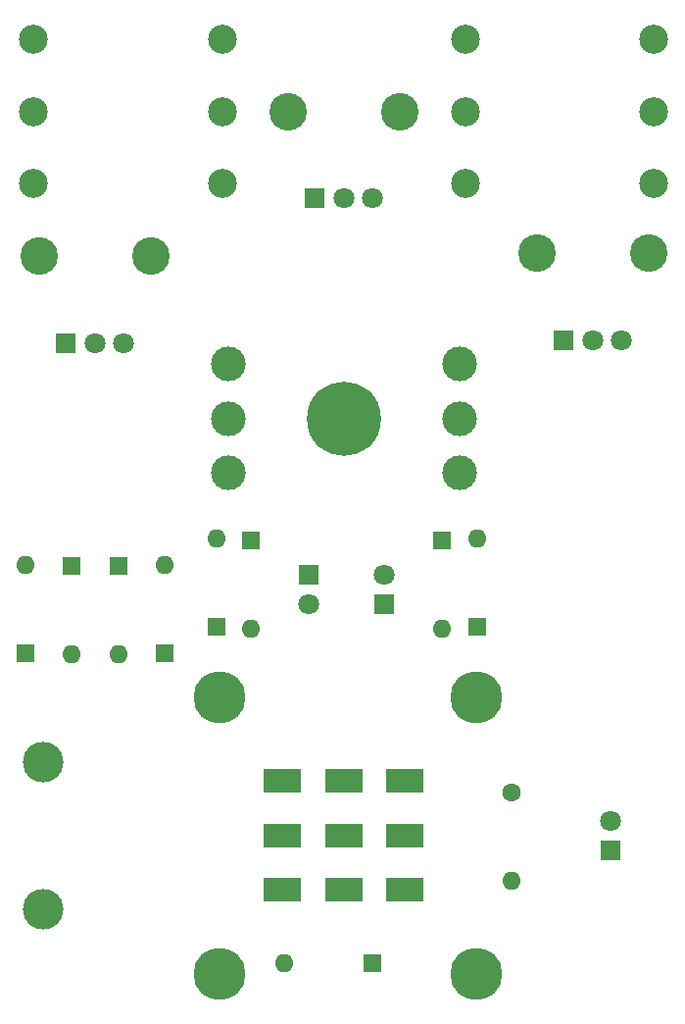
<source format=gbr>
%TF.GenerationSoftware,KiCad,Pcbnew,(5.1.10-1-10_14)*%
%TF.CreationDate,2021-10-01T16:43:39+02:00*%
%TF.ProjectId,Guitarpedal,47756974-6172-4706-9564-616c2e6b6963,rev?*%
%TF.SameCoordinates,Original*%
%TF.FileFunction,Soldermask,Bot*%
%TF.FilePolarity,Negative*%
%FSLAX46Y46*%
G04 Gerber Fmt 4.6, Leading zero omitted, Abs format (unit mm)*
G04 Created by KiCad (PCBNEW (5.1.10-1-10_14)) date 2021-10-01 16:43:39*
%MOMM*%
%LPD*%
G01*
G04 APERTURE LIST*
%ADD10C,3.000000*%
%ADD11C,4.500000*%
%ADD12C,3.500000*%
%ADD13R,1.600000X1.600000*%
%ADD14O,1.600000X1.600000*%
%ADD15R,1.800000X1.800000*%
%ADD16C,1.800000*%
%ADD17C,0.800000*%
%ADD18C,6.400000*%
%ADD19C,2.500000*%
%ADD20C,1.600000*%
%ADD21C,3.240000*%
%ADD22R,3.200000X2.000000*%
G04 APERTURE END LIST*
D10*
%TO.C,SW2*%
X20000000Y57700000D03*
X20000000Y53000000D03*
X20000000Y48300000D03*
%TD*%
%TO.C,SW1*%
X40000000Y57700000D03*
X40000000Y53000000D03*
X40000000Y48300000D03*
%TD*%
D11*
%TO.C,BT1*%
X41470000Y28915000D03*
X41470000Y5085000D03*
X19240000Y28915000D03*
X19240000Y5085000D03*
D12*
X4000000Y10650000D03*
X4000000Y23350000D03*
%TD*%
D13*
%TO.C,D1*%
X32500000Y6000000D03*
D14*
X24880000Y6000000D03*
%TD*%
D13*
%TO.C,D3*%
X22000000Y42500000D03*
D14*
X22000000Y34880000D03*
%TD*%
%TO.C,D4*%
X19000000Y42620000D03*
D13*
X19000000Y35000000D03*
%TD*%
%TO.C,D5*%
X38500000Y42500000D03*
D14*
X38500000Y34880000D03*
%TD*%
%TO.C,D6*%
X41500000Y42620000D03*
D13*
X41500000Y35000000D03*
%TD*%
D15*
%TO.C,D7*%
X27000000Y39500000D03*
D16*
X27000000Y36960000D03*
%TD*%
%TO.C,D8*%
X33500000Y39540000D03*
D15*
X33500000Y37000000D03*
%TD*%
D14*
%TO.C,D9*%
X2500000Y40370000D03*
D13*
X2500000Y32750000D03*
%TD*%
%TO.C,D10*%
X6500000Y40250000D03*
D14*
X6500000Y32630000D03*
%TD*%
%TO.C,D11*%
X10500000Y32630000D03*
D13*
X10500000Y40250000D03*
%TD*%
%TO.C,D12*%
X14500000Y32750000D03*
D14*
X14500000Y40370000D03*
%TD*%
D17*
%TO.C,H1*%
X31697056Y54697056D03*
X30000000Y55400000D03*
X28302944Y54697056D03*
X27600000Y53000000D03*
X28302944Y51302944D03*
X30000000Y50600000D03*
X31697056Y51302944D03*
X32400000Y53000000D03*
D18*
X30000000Y53000000D03*
%TD*%
D19*
%TO.C,J1*%
X19500000Y79500000D03*
X3200000Y79500000D03*
X3200000Y85750000D03*
X3200000Y73250000D03*
X19500000Y73250000D03*
X19500000Y85750000D03*
%TD*%
%TO.C,J2*%
X56800000Y85750000D03*
X56800000Y73250000D03*
X40500000Y73250000D03*
X40500000Y85750000D03*
X40500000Y79500000D03*
X56800000Y79500000D03*
%TD*%
D20*
%TO.C,R24*%
X44500000Y20750000D03*
D14*
X44500000Y13130000D03*
%TD*%
D15*
%TO.C,RV1*%
X6000000Y59500000D03*
D16*
X8500000Y59500000D03*
X11000000Y59500000D03*
D21*
X13300000Y67000000D03*
X3700000Y67000000D03*
%TD*%
D15*
%TO.C,RV2*%
X27500000Y72000000D03*
D16*
X30000000Y72000000D03*
X32500000Y72000000D03*
D21*
X34800000Y79500000D03*
X25200000Y79500000D03*
%TD*%
%TO.C,RV3*%
X46700000Y67250000D03*
X56300000Y67250000D03*
D16*
X54000000Y59750000D03*
X51500000Y59750000D03*
D15*
X49000000Y59750000D03*
%TD*%
D22*
%TO.C,U4*%
X35300000Y12300000D03*
X35300000Y17000000D03*
X35300000Y21700000D03*
X30000000Y12300000D03*
X30000000Y21700000D03*
X24700000Y12300000D03*
X24700000Y17000000D03*
X24700000Y21700000D03*
X30000000Y17000000D03*
%TD*%
D15*
%TO.C,D13*%
X53000000Y15750000D03*
D16*
X53000000Y18290000D03*
%TD*%
M02*

</source>
